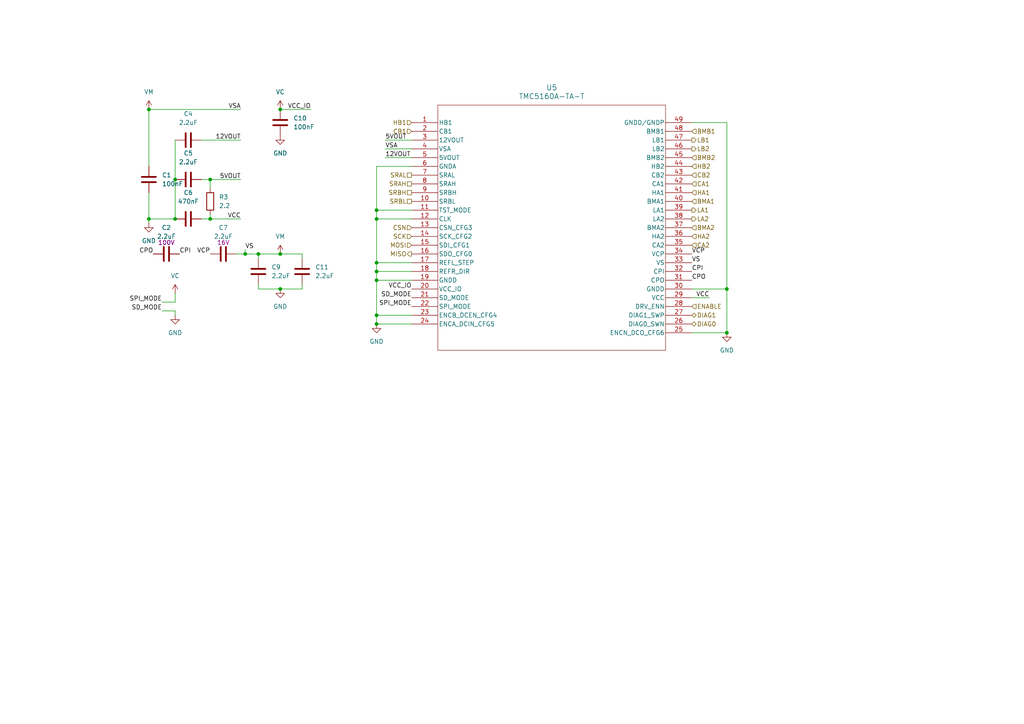
<source format=kicad_sch>
(kicad_sch (version 20231120) (generator "eeschema") (generator_version "8.0")
  (paper "A4")
  (lib_symbols
    (symbol "2025-02-07_15-41-28:TMC5160A-TA-T" (pin_names (offset 0.254))
      (property "Reference" "U" (at 40.64 10.16 0))
      (property "Value" "TMC5160A-TA-T" (at 40.64 7.62 0))
      (symbol "TMC5160A-TA-T_0_1"
        (polyline (pts (xy 7.62 -66.04) (xy 73.66 -66.04)) (stroke (width 0.127)))
        (polyline (pts (xy 7.62 5.08) (xy 7.62 -66.04)) (stroke (width 0.127)))
        (polyline (pts (xy 73.66 -66.04) (xy 73.66 5.08)) (stroke (width 0.127)))
        (polyline (pts (xy 73.66 5.08) (xy 7.62 5.08)) (stroke (width 0.127)))
        (pin power_in line (at 0 0 0) (length 7.62) (name "HB1") (number "1"))
        (pin unspecified line (at 0 -22.86 0) (length 7.62) (name "SRBL") (number "10"))
        (pin input line (at 0 -25.4 0) (length 7.62) (name "TST_MODE") (number "11"))
        (pin input line (at 0 -27.94 0) (length 7.62) (name "CLK") (number "12"))
        (pin input line (at 0 -30.48 0) (length 7.62) (name "CSN_CFG3") (number "13"))
        (pin input line (at 0 -33.02 0) (length 7.62) (name "SCK_CFG2") (number "14"))
        (pin input line (at 0 -35.56 0) (length 7.62) (name "SDI_CFG1") (number "15"))
        (pin output line (at 0 -38.1 0) (length 7.62) (name "SDO_CFG0") (number "16"))
        (pin input line (at 0 -40.64 0) (length 7.62) (name "REFL_STEP") (number "17"))
        (pin input line (at 0 -43.18 0) (length 7.62) (name "REFR_DIR") (number "18"))
        (pin power_out line (at 0 -45.72 0) (length 7.62) (name "GNDD") (number "19"))
        (pin power_in line (at 0 -2.54 0) (length 7.62) (name "CB1") (number "2"))
        (pin power_in line (at 0 -48.26 0) (length 7.62) (name "VCC_IO") (number "20"))
        (pin input line (at 0 -50.8 0) (length 7.62) (name "SD_MODE") (number "21"))
        (pin input line (at 0 -53.34 0) (length 7.62) (name "SPI_MODE") (number "22"))
        (pin input line (at 0 -55.88 0) (length 7.62) (name "ENCB_DCEN_CFG4") (number "23"))
        (pin input line (at 0 -58.42 0) (length 7.62) (name "ENCA_DCIN_CFG5") (number "24"))
        (pin bidirectional line (at 81.28 -60.96 180) (length 7.62) (name "ENCN_DCO_CFG6") (number "25"))
        (pin bidirectional line (at 81.28 -58.42 180) (length 7.62) (name "DIAG0_SWN") (number "26"))
        (pin bidirectional line (at 81.28 -55.88 180) (length 7.62) (name "DIAG1_SWP") (number "27"))
        (pin input line (at 81.28 -53.34 180) (length 7.62) (name "DRV_ENN") (number "28"))
        (pin power_in line (at 81.28 -50.8 180) (length 7.62) (name "VCC") (number "29"))
        (pin power_in line (at 0 -5.08 0) (length 7.62) (name "12VOUT") (number "3"))
        (pin power_out line (at 81.28 -48.26 180) (length 7.62) (name "GNDD") (number "30"))
        (pin power_in line (at 81.28 -45.72 180) (length 7.62) (name "CPO") (number "31"))
        (pin power_in line (at 81.28 -43.18 180) (length 7.62) (name "CPI") (number "32"))
        (pin power_in line (at 81.28 -40.64 180) (length 7.62) (name "VS") (number "33"))
        (pin power_in line (at 81.28 -38.1 180) (length 7.62) (name "VCP") (number "34"))
        (pin power_in line (at 81.28 -35.56 180) (length 7.62) (name "CA2") (number "35"))
        (pin power_in line (at 81.28 -33.02 180) (length 7.62) (name "HA2") (number "36"))
        (pin power_in line (at 81.28 -30.48 180) (length 7.62) (name "BMA2") (number "37"))
        (pin output line (at 81.28 -27.94 180) (length 7.62) (name "LA2") (number "38"))
        (pin output line (at 81.28 -25.4 180) (length 7.62) (name "LA1") (number "39"))
        (pin power_in line (at 0 -7.62 0) (length 7.62) (name "VSA") (number "4"))
        (pin power_in line (at 81.28 -22.86 180) (length 7.62) (name "BMA1") (number "40"))
        (pin power_in line (at 81.28 -20.32 180) (length 7.62) (name "HA1") (number "41"))
        (pin power_in line (at 81.28 -17.78 180) (length 7.62) (name "CA1") (number "42"))
        (pin power_in line (at 81.28 -15.24 180) (length 7.62) (name "CB2") (number "43"))
        (pin power_in line (at 81.28 -12.7 180) (length 7.62) (name "HB2") (number "44"))
        (pin power_in line (at 81.28 -10.16 180) (length 7.62) (name "BMB2") (number "45"))
        (pin output line (at 81.28 -7.62 180) (length 7.62) (name "LB2") (number "46"))
        (pin output line (at 81.28 -5.08 180) (length 7.62) (name "LB1") (number "47"))
        (pin power_in line (at 81.28 -2.54 180) (length 7.62) (name "BMB1") (number "48"))
        (pin power_out line (at 81.28 0 180) (length 7.62) (name "GNDD/GNDP") (number "49"))
        (pin power_in line (at 0 -10.16 0) (length 7.62) (name "5VOUT") (number "5"))
        (pin power_out line (at 0 -12.7 0) (length 7.62) (name "GNDA") (number "6"))
        (pin unspecified line (at 0 -15.24 0) (length 7.62) (name "SRAL") (number "7"))
        (pin unspecified line (at 0 -17.78 0) (length 7.62) (name "SRAH") (number "8"))
        (pin unspecified line (at 0 -20.32 0) (length 7.62) (name "SRBH") (number "9"))
      )
    )
    (symbol "Device:C" (pin_numbers hide) (pin_names (offset 0.254))
      (property "Reference" "C" (at 0.635 2.54 0))
      (property "Value" "C" (at 0.635 -2.54 0))
      (symbol "C_0_1"
        (polyline (pts (xy -2.032 -0.762) (xy 2.032 -0.762)) (stroke (width 0.508)))
        (polyline (pts (xy -2.032 0.762) (xy 2.032 0.762)) (stroke (width 0.508)))
      )
      (symbol "C_1_1"
        (pin passive line (at 0 3.81 270) (length 2.794) (name "~") (number "1"))
        (pin passive line (at 0 -3.81 90) (length 2.794) (name "~") (number "2"))
      )
    )
    (symbol "Device:R" (pin_numbers hide) (pin_names (offset 0))
      (property "Reference" "R" (at 2.032 0 90))
      (property "Value" "R" (at 0 0 90))
      (symbol "R_0_1"
        (rectangle (start -1.016 -2.54) (end 1.016 2.54) (stroke (width 0.254)))
      )
      (symbol "R_1_1"
        (pin passive line (at 0 3.81 270) (length 1.27) (name "~") (number "1"))
        (pin passive line (at 0 -3.81 90) (length 1.27) (name "~") (number "2"))
      )
    )
    (symbol "power:GND" (power) (pin_numbers hide) (pin_names (offset 0) hide)
      (property "Value" "GND" (at 0 -3.81 0))
      (symbol "GND_0_1"
        (polyline (pts (xy 0 0) (xy 0 -1.27) (xy 1.27 -1.27) (xy 0 -2.54) (xy -1.27 -1.27) (xy 0 -1.27)))
      )
      (symbol "GND_1_1"
        (pin power_in line (at 0 0 270) (length 0) (name "~") (number "1"))
      )
    )
    (symbol "power:VCC" (power) (pin_numbers hide) (pin_names (offset 0) hide)
      (property "Value" "VCC" (at 0 3.556 0))
      (symbol "VCC_0_1"
        (polyline (pts (xy -0.762 1.27) (xy 0 2.54)))
        (polyline (pts (xy 0 0) (xy 0 2.54)))
        (polyline (pts (xy 0 2.54) (xy 0.762 1.27)))
      )
      (symbol "VCC_1_1"
        (pin power_in line (at 0 0 90) (length 0) (name "~") (number "1"))
      )
    )
  )
  (junction (at 60.96 63.5))
  (junction (at 109.22 91.44))
  (junction (at 81.28 31.75))
  (junction (at 210.82 96.52))
  (junction (at 109.22 60.96))
  (junction (at 60.96 52.07))
  (junction (at 74.93 73.66))
  (junction (at 43.18 63.5))
  (junction (at 109.22 93.98))
  (junction (at 109.22 78.74))
  (junction (at 81.28 83.82))
  (junction (at 71.12 73.66))
  (junction (at 43.18 31.75))
  (junction (at 210.82 83.82))
  (junction (at 50.8 63.5))
  (junction (at 109.22 76.2))
  (junction (at 50.8 52.07))
  (junction (at 109.22 81.28))
  (junction (at 81.28 73.66))
  (junction (at 109.22 63.5))
  (wire (pts (xy 43.18 63.5) (xy 50.8 63.5)))
  (wire (pts (xy 87.63 73.66) (xy 81.28 73.66)))
  (wire (pts (xy 119.38 91.44) (xy 109.22 91.44)))
  (wire (pts (xy 81.28 73.66) (xy 74.93 73.66)))
  (wire (pts (xy 74.93 73.66) (xy 74.93 74.93)))
  (wire (pts (xy 210.82 83.82) (xy 210.82 96.52)))
  (wire (pts (xy 74.93 83.82) (xy 74.93 82.55)))
  (wire (pts (xy 109.22 63.5) (xy 119.38 63.5)))
  (wire (pts (xy 111.76 45.72) (xy 119.38 45.72)))
  (wire (pts (xy 81.28 31.75) (xy 90.17 31.75)))
  (wire (pts (xy 50.8 90.17) (xy 50.8 91.44)))
  (wire (pts (xy 60.96 52.07) (xy 69.85 52.07)))
  (wire (pts (xy 109.22 81.28) (xy 119.38 81.28)))
  (wire (pts (xy 58.42 63.5) (xy 60.96 63.5)))
  (wire (pts (xy 74.93 83.82) (xy 81.28 83.82)))
  (wire (pts (xy 50.8 52.07) (xy 50.8 63.5)))
  (wire (pts (xy 58.42 52.07) (xy 60.96 52.07)))
  (wire (pts (xy 111.76 40.64) (xy 119.38 40.64)))
  (wire (pts (xy 109.22 63.5) (xy 109.22 60.96)))
  (wire (pts (xy 109.22 60.96) (xy 109.22 48.26)))
  (wire (pts (xy 60.96 63.5) (xy 69.85 63.5)))
  (wire (pts (xy 87.63 74.93) (xy 87.63 73.66)))
  (wire (pts (xy 46.99 90.17) (xy 50.8 90.17)))
  (wire (pts (xy 46.99 87.63) (xy 50.8 87.63)))
  (wire (pts (xy 200.66 96.52) (xy 210.82 96.52)))
  (wire (pts (xy 109.22 78.74) (xy 109.22 76.2)))
  (wire (pts (xy 109.22 93.98) (xy 119.38 93.98)))
  (wire (pts (xy 50.8 40.64) (xy 50.8 52.07)))
  (wire (pts (xy 43.18 31.75) (xy 43.18 48.26)))
  (wire (pts (xy 109.22 48.26) (xy 119.38 48.26)))
  (wire (pts (xy 200.66 35.56) (xy 210.82 35.56)))
  (wire (pts (xy 81.28 83.82) (xy 87.63 83.82)))
  (wire (pts (xy 58.42 40.64) (xy 69.85 40.64)))
  (wire (pts (xy 210.82 35.56) (xy 210.82 83.82)))
  (wire (pts (xy 205.74 86.36) (xy 200.66 86.36)))
  (wire (pts (xy 109.22 91.44) (xy 109.22 93.98)))
  (wire (pts (xy 109.22 76.2) (xy 119.38 76.2)))
  (wire (pts (xy 71.12 73.66) (xy 68.58 73.66)))
  (wire (pts (xy 69.85 31.75) (xy 43.18 31.75)))
  (wire (pts (xy 43.18 55.88) (xy 43.18 63.5)))
  (wire (pts (xy 109.22 81.28) (xy 109.22 78.74)))
  (wire (pts (xy 109.22 78.74) (xy 119.38 78.74)))
  (wire (pts (xy 109.22 91.44) (xy 109.22 81.28)))
  (wire (pts (xy 87.63 83.82) (xy 87.63 82.55)))
  (wire (pts (xy 109.22 60.96) (xy 119.38 60.96)))
  (wire (pts (xy 200.66 83.82) (xy 210.82 83.82)))
  (wire (pts (xy 50.8 87.63) (xy 50.8 85.09)))
  (wire (pts (xy 109.22 76.2) (xy 109.22 63.5)))
  (wire (pts (xy 74.93 73.66) (xy 71.12 73.66)))
  (wire (pts (xy 71.12 72.39) (xy 71.12 73.66)))
  (wire (pts (xy 111.76 43.18) (xy 119.38 43.18)))
  (wire (pts (xy 60.96 63.5) (xy 60.96 62.23)))
  (wire (pts (xy 60.96 52.07) (xy 60.96 54.61)))
  (wire (pts (xy 43.18 63.5) (xy 43.18 64.77)))
  (label "VS" (at 200.66 76.2 0))
  (label "VCP" (at 60.96 73.66 180))
  (label "12VOUT" (at 69.85 40.64 180))
  (label "CPO" (at 44.45 73.66 180))
  (label "CPI" (at 200.66 78.74 0))
  (label "SD_MODE" (at 46.99 90.17 180))
  (label "SPI_MODE" (at 46.99 87.63 180))
  (label "CPI" (at 52.07 73.66 0))
  (label "VS" (at 71.12 72.39 0))
  (label "5VOUT" (at 111.76 40.64 0))
  (label "SD_MODE" (at 119.38 86.36 180))
  (label "SPI_MODE" (at 119.38 88.9 180))
  (label "VSA" (at 69.85 31.75 180))
  (label "VCP" (at 200.66 73.66 0))
  (label "VCC_IO" (at 90.17 31.75 180))
  (label "5VOUT" (at 69.85 52.07 180))
  (label "VCC" (at 69.85 63.5 180))
  (label "VCC_IO" (at 119.38 83.82 180))
  (label "CPO" (at 200.66 81.28 0))
  (label "12VOUT" (at 111.76 45.72 0))
  (label "VCC" (at 205.74 86.36 180))
  (label "VSA" (at 111.76 43.18 0))
  (hierarchical_label "LA2" (shape output) (at 200.66 63.5 0))
  (hierarchical_label "CSN" (shape input) (at 119.38 66.04 180))
  (hierarchical_label "LB2" (shape output) (at 200.66 43.18 0))
  (hierarchical_label "CA2" (shape input) (at 200.66 71.12 0))
  (hierarchical_label "ENABLE" (shape input) (at 200.66 88.9 0))
  (hierarchical_label "SRBH" (shape passive) (at 119.38 55.88 180))
  (hierarchical_label "DIAG1" (shape bidirectional) (at 200.66 91.44 0))
  (hierarchical_label "HA2" (shape input) (at 200.66 68.58 0))
  (hierarchical_label "CB1" (shape input) (at 119.38 38.1 180))
  (hierarchical_label "BMB2" (shape input) (at 200.66 45.72 0))
  (hierarchical_label "MISO" (shape output) (at 119.38 73.66 180))
  (hierarchical_label "CB2" (shape input) (at 200.66 50.8 0))
  (hierarchical_label "HB2" (shape input) (at 200.66 48.26 0))
  (hierarchical_label "SRBL" (shape passive) (at 119.38 58.42 180))
  (hierarchical_label "BMA2" (shape input) (at 200.66 66.04 0))
  (hierarchical_label "HB1" (shape input) (at 119.38 35.56 180))
  (hierarchical_label "LA1" (shape output) (at 200.66 60.96 0))
  (hierarchical_label "SRAL" (shape passive) (at 119.38 50.8 180))
  (hierarchical_label "HA1" (shape input) (at 200.66 55.88 0))
  (hierarchical_label "LB1" (shape output) (at 200.66 40.64 0))
  (hierarchical_label "BMA1" (shape input) (at 200.66 58.42 0))
  (hierarchical_label "SRAH" (shape passive) (at 119.38 53.34 180))
  (hierarchical_label "DIAG0" (shape bidirectional) (at 200.66 93.98 0))
  (hierarchical_label "SCK" (shape input) (at 119.38 68.58 180))
  (hierarchical_label "MOSI" (shape input) (at 119.38 71.12 180))
  (hierarchical_label "CA1" (shape input) (at 200.66 53.34 0))
  (hierarchical_label "BMB1" (shape input) (at 200.66 38.1 0))
  (symbol (lib_id "Device:C") (at 74.93 78.74 180) (unit 1)
    (property "Reference" "C9" (at 78.74 77.4699 0) (effects (justify right)))
    (property "Value" "2.2uF" (at 78.74 80.0099 0) (effects (justify right)))
    (property "Footprint" "Capacitor_SMD:C_0603_1608Metric_Pad1.08x0.95mm_HandSolder" (effects (hide yes)))
    (property "Description" "Unpolarized capacitor" (effects (hide yes)))
    (property "LCSC Part" "C57895" (effects (hide yes)))
  )
  (symbol (lib_id "Device:C") (at 87.63 78.74 180) (unit 1)
    (property "Reference" "C11" (at 91.44 77.4699 0) (effects (justify right)))
    (property "Value" "2.2uF" (at 91.44 80.0099 0) (effects (justify right)))
    (property "Footprint" "Capacitor_SMD:C_0603_1608Metric_Pad1.08x0.95mm_HandSolder" (effects (hide yes)))
    (property "Description" "Unpolarized capacitor" (effects (hide yes)))
    (property "LCSC Part" "C57895" (effects (hide yes)))
  )
  (symbol (lib_id "2025-02-07_15-41-28:TMC5160A-TA-T") (at 119.38 35.56 0) (unit 1)
    (property "Reference" "U5" (at 160.02 25.4 0) (effects (font (size 1.524 1.524))))
    (property "Value" "TMC5160A-TA-T" (at 160.02 27.94 0) (effects (font (size 1.524 1.524))))
    (property "Footprint" "TMC5160A-TA-T:21-100582_ADI" (effects (hide yes)))
    (property "Datasheet" "https://www.analog.com/media/en/technical-documentation/data-sheets/TMC5160A_datasheet_rev1.18.pdf" (effects (hide yes)))
    (property "LCSC Part" "C516354" (effects (hide yes)))
  )
  (symbol (lib_id "Device:C") (at 64.77 73.66 90) (unit 1)
    (property "Reference" "C7" (at 64.77 66.04 90))
    (property "Value" "2.2uF" (at 64.77 68.58 90))
    (property "Footprint" "Capacitor_SMD:C_0603_1608Metric_Pad1.08x0.95mm_HandSolder" (effects (hide yes)))
    (property "Description" "Unpolarized capacitor" (effects (hide yes)))
    (property "Voltage" "16V" (at 64.77 70.358 90))
    (property "LCSC Part" "C23630" (effects (hide yes)))
  )
  (symbol (lib_id "power:VCC") (at 81.28 73.66 0) (unit 1)
    (property "Reference" "#PWR07" (effects (hide yes)))
    (property "Value" "VM" (at 81.28 68.58 0))
    (property "Description" "Power symbol creates a global label with name \"VCC\"" (effects (hide yes)))
  )
  (symbol (lib_id "Device:R") (at 60.96 58.42 0) (unit 1)
    (property "Reference" "R3" (at 63.5 57.1499 0) (effects (justify left)))
    (property "Value" "2.2" (at 63.5 59.6899 0) (effects (justify left)))
    (property "Footprint" "Resistor_SMD:R_0603_1608Metric_Pad0.98x0.95mm_HandSolder" (effects (hide yes)))
    (property "Description" "Resistor" (effects (hide yes)))
    (property "LCSC Part" "C2930032" (effects (hide yes)))
  )
  (symbol (lib_id "power:GND") (at 81.28 83.82 0) (unit 1)
    (property "Reference" "#PWR08" (effects (hide yes)))
    (property "Value" "GND" (at 81.28 88.9 0))
    (property "Description" "Power symbol creates a global label with name \"GND\" , ground" (effects (hide yes)))
  )
  (symbol (lib_id "Device:C") (at 54.61 52.07 90) (unit 1)
    (property "Reference" "C5" (at 54.61 44.45 90))
    (property "Value" "2.2uF" (at 54.61 46.99 90))
    (property "Footprint" "Capacitor_SMD:C_0603_1608Metric_Pad1.08x0.95mm_HandSolder" (effects (hide yes)))
    (property "Description" "Unpolarized capacitor" (effects (hide yes)))
    (property "LCSC Part" "C57895" (effects (hide yes)))
  )
  (symbol (lib_id "power:VCC") (at 50.8 85.09 0) (unit 1)
    (property "Reference" "#PWR03" (effects (hide yes)))
    (property "Value" "VC" (at 50.8 80.01 0))
    (property "Description" "Power symbol creates a global label with name \"VCC\"" (effects (hide yes)))
  )
  (symbol (lib_id "power:GND") (at 43.18 64.77 0) (unit 1)
    (property "Reference" "#PWR02" (effects (hide yes)))
    (property "Value" "GND" (at 43.18 69.85 0))
    (property "Description" "Power symbol creates a global label with name \"GND\" , ground" (effects (hide yes)))
  )
  (symbol (lib_id "Device:C") (at 54.61 40.64 90) (unit 1)
    (property "Reference" "C4" (at 54.61 33.02 90))
    (property "Value" "2.2uF" (at 54.61 35.56 90))
    (property "Footprint" "Capacitor_SMD:C_0603_1608Metric_Pad1.08x0.95mm_HandSolder" (effects (hide yes)))
    (property "Description" "Unpolarized capacitor" (effects (hide yes)))
    (property "LCSC Part" "C57895" (effects (hide yes)))
  )
  (symbol (lib_id "power:VCC") (at 81.28 31.75 0) (unit 1)
    (property "Reference" "#PWR05" (effects (hide yes)))
    (property "Value" "VC" (at 81.28 26.67 0))
    (property "Description" "Power symbol creates a global label with name \"VCC\"" (effects (hide yes)))
  )
  (symbol (lib_id "Device:C") (at 48.26 73.66 90) (unit 1)
    (property "Reference" "C2" (at 48.26 66.04 90))
    (property "Value" "2.2uF" (at 48.26 68.58 90))
    (property "Footprint" "Capacitor_SMD:C_0805_2012Metric_Pad1.18x1.45mm_HandSolder" (effects (hide yes)))
    (property "Description" "Unpolarized capacitor" (effects (hide yes)))
    (property "Voltage" "100V" (at 48.26 70.358 90))
    (property "LCSC Part" "C2981733" (effects (hide yes)))
  )
  (symbol (lib_id "power:GND") (at 81.28 39.37 0) (unit 1)
    (property "Reference" "#PWR06" (effects (hide yes)))
    (property "Value" "GND" (at 81.28 44.45 0))
    (property "Description" "Power symbol creates a global label with name \"GND\" , ground" (effects (hide yes)))
  )
  (symbol (lib_id "power:VCC") (at 43.18 31.75 0) (unit 1)
    (property "Reference" "#PWR01" (effects (hide yes)))
    (property "Value" "VM" (at 43.18 26.67 0))
    (property "Description" "Power symbol creates a global label with name \"VCC\"" (effects (hide yes)))
  )
  (symbol (lib_id "power:GND") (at 109.22 93.98 0) (unit 1)
    (property "Reference" "#PWR09" (effects (hide yes)))
    (property "Value" "GND" (at 109.22 99.06 0))
    (property "Description" "Power symbol creates a global label with name \"GND\" , ground" (effects (hide yes)))
  )
  (symbol (lib_id "Device:C") (at 81.28 35.56 180) (unit 1)
    (property "Reference" "C10" (at 85.09 34.2899 0) (effects (justify right)))
    (property "Value" "100nF" (at 85.09 36.8299 0) (effects (justify right)))
    (property "Footprint" "Capacitor_SMD:C_0603_1608Metric_Pad1.08x0.95mm_HandSolder" (effects (hide yes)))
    (property "Description" "Unpolarized capacitor" (effects (hide yes)))
    (property "LCSC Part" "C6119867" (effects (hide yes)))
  )
  (symbol (lib_id "power:GND") (at 50.8 91.44 0) (unit 1)
    (property "Reference" "#PWR04" (effects (hide yes)))
    (property "Value" "GND" (at 50.8 96.52 0))
    (property "Description" "Power symbol creates a global label with name \"GND\" , ground" (effects (hide yes)))
  )
  (symbol (lib_id "power:GND") (at 210.82 96.52 0) (unit 1)
    (property "Reference" "#PWR010" (effects (hide yes)))
    (property "Value" "GND" (at 210.82 101.6 0))
    (property "Description" "Power symbol creates a global label with name \"GND\" , ground" (effects (hide yes)))
  )
  (symbol (lib_id "Device:C") (at 43.18 52.07 180) (unit 1)
    (property "Reference" "C1" (at 46.99 50.7999 0) (effects (justify right)))
    (property "Value" "100nF" (at 46.99 53.3399 0) (effects (justify right)))
    (property "Footprint" "Capacitor_SMD:C_0603_1608Metric_Pad1.08x0.95mm_HandSolder" (effects (hide yes)))
    (property "Description" "Unpolarized capacitor" (effects (hide yes)))
    (property "LCSC Part" "C6119867" (effects (hide yes)))
  )
  (symbol (lib_id "Device:C") (at 54.61 63.5 90) (unit 1)
    (property "Reference" "C6" (at 54.61 55.88 90))
    (property "Value" "470nF" (at 54.61 58.42 90))
    (property "Footprint" "Capacitor_SMD:C_0603_1608Metric_Pad1.08x0.95mm_HandSolder" (effects (hide yes)))
    (property "Description" "Unpolarized capacitor" (effects (hide yes)))
  )
)
</source>
